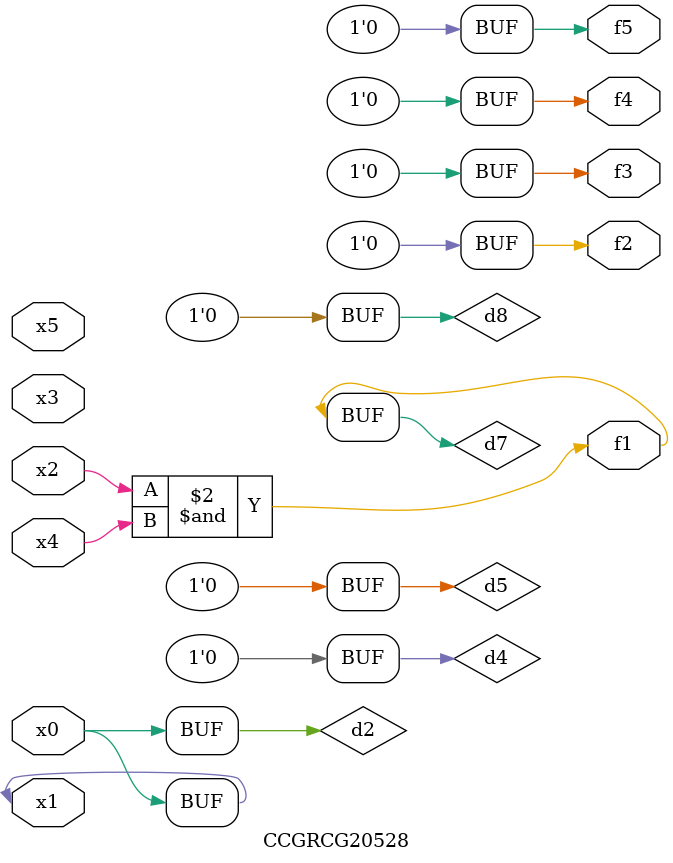
<source format=v>
module CCGRCG20528(
	input x0, x1, x2, x3, x4, x5,
	output f1, f2, f3, f4, f5
);

	wire d1, d2, d3, d4, d5, d6, d7, d8, d9;

	nand (d1, x1);
	buf (d2, x0, x1);
	nand (d3, x2, x4);
	and (d4, d1, d2);
	and (d5, d1, d2);
	nand (d6, d1, d3);
	not (d7, d3);
	xor (d8, d5);
	nor (d9, d5, d6);
	assign f1 = d7;
	assign f2 = d8;
	assign f3 = d8;
	assign f4 = d8;
	assign f5 = d8;
endmodule

</source>
